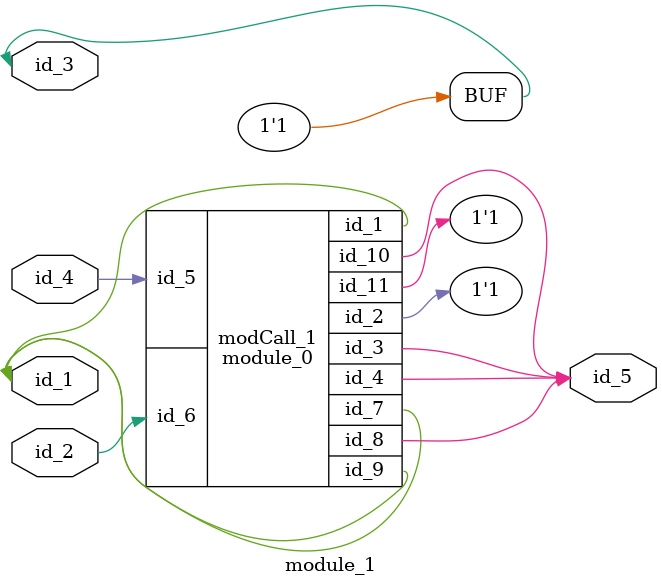
<source format=v>
module module_0 (
    id_1,
    id_2,
    id_3,
    id_4,
    id_5,
    id_6,
    id_7,
    id_8,
    id_9,
    id_10,
    id_11
);
  output wire id_11;
  output wire id_10;
  output wire id_9;
  output wire id_8;
  output wire id_7;
  input wire id_6;
  input wire id_5;
  output wire id_4;
  output wire id_3;
  output wire id_2;
  output wire id_1;
  wire id_12;
  wire id_13;
endmodule
module module_1 (
    id_1,
    id_2,
    id_3,
    id_4,
    id_5
);
  output wire id_5;
  input wire id_4;
  inout wire id_3;
  input wire id_2;
  inout wire id_1;
  assign id_3 = 1;
  module_0 modCall_1 (
      id_1,
      id_3,
      id_5,
      id_5,
      id_4,
      id_2,
      id_1,
      id_5,
      id_1,
      id_5,
      id_3
  );
endmodule

</source>
